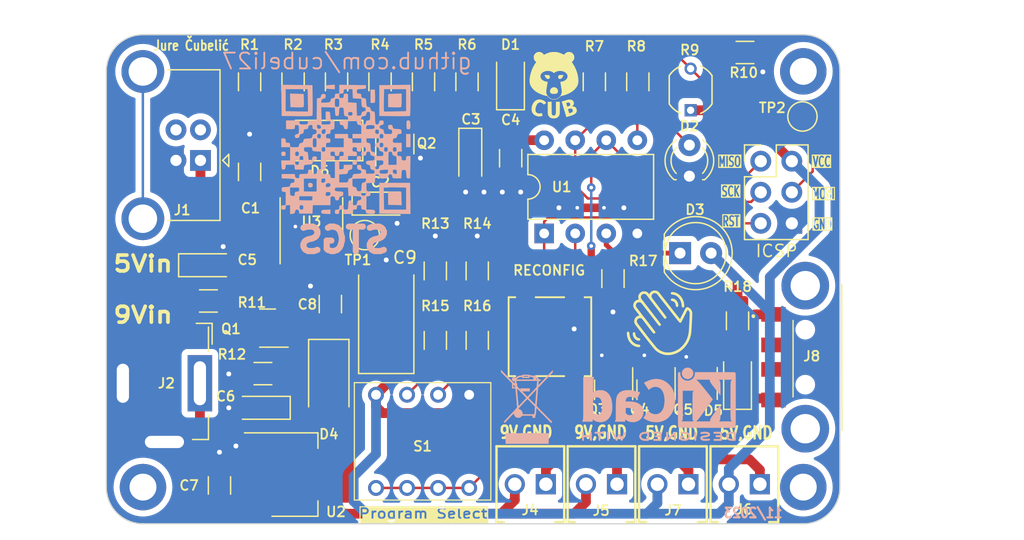
<source format=kicad_pcb>
(kicad_pcb (version 20221018) (generator pcbnew)
  (layers (0 "F.Cu" signal) (31 "B.Cu" signal) (34 "B.Paste" user) (35 "F.Paste" user) (36 "B.SilkS" user "B.Silkscreen") (37 "F.SilkS" user "F.Silkscreen") (38 "B.Mask" user) (39 "F.Mask" user) (44 "Edge.Cuts" user))
  (net 0 "")
  (net 1 "+5V")
  (net 2 "GND")
  (net 3 "Net-(D5-K)")
  (net 4 "MOSI")
  (net 5 "Net-(D5-A)")
  (net 6 "ADC2")
  (net 9 "unconnected-(J1-Shield-Pad5)")
  (net 10 "MISO")
  (net 11 "SCK")
  (net 12 "RST")
  (net 13 "Net-(D6-K)")
  (net 14 "Net-(D6-A)")
  (net 15 "Net-(J6-Pin_2)")
  (net 16 "Q")
  (net 17 "ADC3")
  (net 24 "Net-(S1-NO_3)")
  (net 25 "Net-(S1-NO_2)")
  (net 29 "Net-(J4-Pin_2)")
  (net 30 "VBUS")
  (net 31 "Net-(J1-VBUS)")
  (net 32 "+9V")
  (net 33 "+5VL")
  (net 35 "Net-(D1-K)")
  (net 36 "Net-(Q2-C)")
  (net 37 "Net-(R2-Pad1)")
  (net 38 "Net-(R3-Pad1)")
  (net 39 "Net-(R10-Pad2)")
  (net 40 "Net-(D2-A)")
  (footprint "Capacitor_Tantalum_SMD:CP_EIA-7343-31_Kemet-D" (layer "F.Cu") (at 48.895 114.3 90)
    (fp_text reference "C9")
    (fp_text value "330u")
  )
  (footprint "Capacitor_SMD:C_1206_3216Metric" (layer "F.Cu") (at 35.2552 127.8636 90)
    (fp_text reference "C7")
    (fp_text value "10u")
  )
  (footprint "LED_THT:LED_D3.0mm" (layer "F.Cu") (at 73.6854 102.5702 90)
    (fp_text reference "D2")
    (fp_text value "IR")
  )
  (footprint "Resistor_SMD:R_1206_3216Metric" (layer "F.Cu") (at 65.913 94.8563 -90)
    (fp_text reference "R7")
    (fp_text value "10k")
  )
  (footprint "ScrewTerminal_Mouser:1725656" (layer "F.Cu") (at 76.9112 127.762)
    (fp_text reference "J6")
    (fp_text value "5V-OUT" hide)
  )
  (footprint "Capacitor_SMD:C_1206_3216Metric" (layer "F.Cu") (at 44.323 113.03 90)
    (fp_text reference "C8")
    (fp_text value "10u")
  )
  (footprint "Package_TO_SOT_SMD:SOT-223-3_TabPin2" (layer "F.Cu") (at 41.3982 126.9746)
    (fp_text reference "U2")
    (fp_text value "AZ1117-5.0")
  )
  (footprint "Package_TO_SOT_SMD:SOT-23-3" (layer "F.Cu") (at 70.9574 120.0349 -90)
    (fp_text reference "Q4")
    (fp_text value "DTD113Z")
  )
  (footprint "Resistor_SMD:R_1206_3216Metric" (layer "F.Cu") (at 55.499 94.8563 90)
    (fp_text reference "R6")
    (fp_text value "1k8")
  )
  (footprint "Package_DIP:DIP-8_W7.62mm" (layer "F.Cu") (at 61.8082 107.2542 90)
    (fp_text reference "U1")
    (fp_text value "ATtiny85-20P")
  )
  (footprint "footprints:SW_B3SL-1002P_OMR" (layer "F.Cu") (at 62.2808 115.697 90)
    (fp_text reference "SW1")
    (fp_text value "RESET")
  )
  (footprint "Package_TO_SOT_SMD:SOT-23-3" (layer "F.Cu") (at 49.596 99.9418 90)
    (fp_text reference "Q2")
    (fp_text value "DTD113Z")
  )
  (footprint "Package_SO:SOIC-8_3.9x4.9mm_P1.27mm" (layer "F.Cu") (at 42.7736 106.2863 90)
    (fp_text reference "U3")
    (fp_text value "ICM7555")
  )
  (footprint "Resistor_SMD:R_1206_3216Metric" (layer "F.Cu") (at 78.232 92.456 180)
    (fp_text reference "R10")
    (fp_text value "0")
  )
  (footprint "LOGO" (layer "F.Cu") (at 62.611 95.123)
    (fp_text reference "G***" hide)
    (fp_text value "LOGO" hide)
  )
  (footprint "Capacitor_SMD:C_1206_3216Metric" (layer "F.Cu") (at 37.719 102.2205 90)
    (fp_text reference "C1")
    (fp_text value "100n")
  )
  (footprint "Connector_USB:USB_B_OST_USB-B1HSxx_Horizontal" (layer "F.Cu") (at 33.6992 101.2806 180)
    (fp_text reference "J1")
    (fp_text value "USB_B")
  )
  (footprint "Resistor_SMD:R_1206_3216Metric" (layer "F.Cu") (at 77.6224 114.4016 -90)
    (fp_text reference "R18")
    (fp_text value "1k8")
  )
  (footprint "Resistor_SMD:R_1206_3216Metric" (layer "F.Cu") (at 67.437 110.9472 90)
    (fp_text reference "R17")
    (fp_text value "10k")
  )
  (footprint "MountingHole:MountingHole_2.2mm_M2_DIN965_Pad_TopBottom" (layer "F.Cu") (at 29 128)
    (fp_text reference "H1")
    (fp_text value "MountingHole_Pad")
  )
  (footprint "MountingHole:MountingHole_2.2mm_M2_DIN965_Pad_TopBottom" (layer "F.Cu") (at 83 128)
    (fp_text reference "H2")
    (fp_text value "MountingHole_Pad")
  )
  (footprint "Resistor_SMD:R_1206_3216Metric" (layer "F.Cu") (at 56.3354 110.3211 -90)
    (fp_text reference "R14")
    (fp_text value "10k")
  )
  (footprint "Capacitor_Tantalum_SMD:CP_EIA-3216-18_Kemet-A" (layer "F.Cu") (at 34.2245 109.855)
    (fp_text reference "C5")
    (fp_text value "10u")
  )
  (footprint "ScrewTerminal_Mouser:1725656" (layer "F.Cu") (at 71.0692 127.762)
    (fp_text reference "J7")
    (fp_text value "5V-OUT" hide)
  )
  (footprint "MountingHole:MountingHole_2.2mm_M2_DIN965_Pad_TopBottom" (layer "F.Cu") (at 83 94)
    (fp_text reference "H3")
    (fp_text value "MountingHole_Pad")
  )
  (footprint "Resistor_SMD:R_1206_3216Metric" (layer "F.Cu") (at 48.387 94.8563 90)
    (fp_text reference "R4")
    (fp_text value "1M")
  )
  (footprint "USB_A_mouser:480372100" (layer "F.Cu") (at 91.5624 117.3734 90)
    (fp_text reference "J8")
    (fp_text value "USB_A_Male" hide)
  )
  (footprint "Resistor_SMD:R_1206_3216Metric" (layer "F.Cu") (at 34.3515 112.776 180)
    (fp_text reference "R11")
    (fp_text value "0")
  )
  (footprint "TestPoint:TestPoint_Pad_D2.0mm" (layer "F.Cu") (at 47.1424 107.3912)
    (fp_text reference "TP1")
    (fp_text value "TestPoint")
  )
  (footprint "LED_SMD:LED_1206_3216Metric" (layer "F.Cu") (at 77.6224 119.3546 90)
    (fp_text reference "D5")
    (fp_text value "GREEN")
  )
  (footprint "LOGO" (layer "F.Cu") (at 71.247 114.554)
    (fp_text reference "G***" hide)
    (fp_text value "LOGO" hide)
  )
  (footprint "LED_SMD:LED_1206_3216Metric" (layer "F.Cu") (at 59.055 94.8563 90)
    (fp_text reference "D1")
    (fp_text value "ORANGE")
  )
  (footprint "Capacitor_Tantalum_SMD:CP_EIA-3216-18_Kemet-A" (layer "F.Cu") (at 38.7312 121.5136 180)
    (fp_text reference "C6")
    (fp_text value "22u")
  )
  (footprint "Package_TO_SOT_SMD:SOT-23-3" (layer "F.Cu") (at 74.4016 120.023 -90)
    (fp_text reference "Q5")
    (fp_text value "DTD113Z")
  )
  (footprint "PhotoResistor_snapeda:XDCR_PDV-P9003-1" (layer "F.Cu") (at 73.787 95.504 90)
    (fp_text reference "R9")
    (fp_text value "R_Photo")
  )
  (footprint "Resistor_SMD:R_1206_3216Metric" (layer "F.Cu") (at 44.831 94.8563 90)
    (fp_text reference "R3")
    (fp_text value "1M")
  )
  (footprint "Resistor_SMD:R_1206_3216Metric" (layer "F.Cu") (at 37.719 94.8563 -90)
    (fp_text reference "R1")
    (fp_text value "220k")
  )
  (footprint "Package_TO_SOT_SMD:SOT-23" (layer "F.Cu") (at 39.1945 114.996 180)
    (fp_text reference "Q1")
    (fp_text value "FDN340P")
  )
  (footprint "Package_TO_SOT_SMD:SOT-23-3" (layer "F.Cu") (at 67.4878 120.0404 -90)
    (fp_text reference "Q3")
    (fp_text value "DTD113Z")
  )
  (footprint "Resistor_SMD:R_1206_3216Metric" (layer "F.Cu") (at 38.8112 118.7196 180)
    (fp_text reference "R12")
    (fp_text value "100k")
  )
  (footprint "Resistor_SMD:R_1206_3216Metric" (layer "F.Cu") (at 69.469 94.8563 90)
    (fp_text reference "R8")
    (fp_text value "220")
  )
  (footprint "Resistor_SMD:R_1206_3216Metric" (layer "F.Cu") (at 51.943 94.8563 90)
    (fp_text reference "R5")
    (fp_text value "33")
  )
  (footprint "Resistor_SMD:R_1206_3216Metric" (layer "F.Cu") (at 52.9064 110.3211 -90)
    (fp_text reference "R13")
    (fp_text value "4k7")
  )
  (footprint "Connector_BarrelJack:BarrelJack_GCT_DCJ200-10-A_Horizontal" (layer "F.Cu") (at 33.655 119.507 -90)
    (fp_text reference "J2")
    (fp_text value "DC_Barrel_Jack")
  )
  (footprint "Capacitor_Tantalum_SMD:CP_EIA-3216-18_Kemet-A" (layer "F.Cu") (at 48.4124 104.8131)
    (fp_text reference "C2")
    (fp_text value "10u")
  )
  (footprint "DIPswitch4_mouser:418117270904" (layer "F.Cu") (at 48.0568 128.0668)
    (fp_text reference "S1")
    (fp_text value "418117270904" hide)
  )
  (footprint "TestPoint:TestPoint_Pad_D2.0mm" (layer "F.Cu") (at 82.931 97.6884)
    (fp_text reference "TP2")
    (fp_text value "TestPoint")
  )
  (footprint "Resistor_SMD:R_1206_3216Metric" (layer "F.Cu") (at 56.3372 116.0018 -90)
    (fp_text reference "R16")
    (fp_text value "4k7")
  )
  (footprint "Capacitor_SMD:C_1206_3216Metric" (layer "F.Cu") (at 59.0704 101.102 -90)
    (fp_text reference "C4")
    (fp_text value "100n")
  )
  (footprint "Connector_PinHeader_2.54mm:PinHeader_2x03_P2.54mm_Vertical" (layer "F.Cu") (at 79.5224 101.346)
    (fp_text reference "J3")
    (fp_text value "AVR-ISP-6")
  )
  (footprint "LED_THT:LED_D5.0mm" (layer "F.Cu") (at 72.9234 108.8644)
    (fp_text reference "D3")
    (fp_text value "D_Photo")
  )
  (footprint "ScrewTerminal_Mouser:1725656" (layer "F.Cu") (at 65.2272 127.762)
    (fp_text reference "J5")
    (fp_text value "9V-OUT" hide)
  )
  (footprint "ScrewTerminal_Mouser:1725656" (layer "F.Cu") (at 59.4106 127.762)
    (fp_text reference "J4")
    (fp_text value "9V-OUT" hide)
  )
  (footprint "Resistor_SMD:R_1206_3216Metric" (layer "F.Cu") (at 41.275 94.8563 -90)
    (fp_text reference "R2")
    (fp_text value "1M")
  )
  (footprint "Diode_SMD:D_SMA" (layer "F.Cu") (at 43.466 99.6569 180)
    (fp_text reference "D6")
    (fp_text value "D_Schottky")
  )
  (footprint "Resistor_SMD:R_1206_3216Metric" (layer "F.Cu") (at 52.9082 116.0018 -90)
    (fp_text reference "R15")
    (fp_text value "10k")
  )
  (footprint "Diode_SMD:D_SMA" (layer "F.Cu") (at 44.196 119.4326 -90)
    (fp_text reference "D4")
    (fp_text value "D_Schottky")
  )
  (footprint "Capacitor_Tantalum_SMD:CP_EIA-3216-18_Kemet-A" (layer "F.Cu") (at 55.7684 100.9661 -90)
    (fp_text reference "C3")
    (fp_text value "22u")
  )
  (footprint "Symbol:WEEE-Logo_4.2x6mm_SilkScreen" (layer "B.Cu") (at 60.4012 121.4374 180)
    (fp_text reference "REF**" hide)
    (fp_text value "WEEE-Logo_4.2x6mm_SilkScreen" hide)
  )
  (footprint "LOGO" (layer "B.Cu") (at 45.593 100.3808 180)
    (fp_text reference "G***" hide)
    (fp_text value "LOGO" hide)
  )
  (footprint "Symbol:KiCad-Logo2_5mm_SilkScreen" (layer "B.Cu") (at 71.1962 121.2088 180)
    (fp_text reference "REF**" hide)
    (fp_text value "KiCad-Logo2_5mm_SilkScreen" hide)
  )
  (gr_line locked (start 29 131) (end 83 131) (stroke (width 0.1)) (layer "Edge.Cuts"))
  (gr_arc locked (start 29 131) (mid 26.878679 130.121321) (end 26 128) (stroke (width 0.1)) (layer "Edge.Cuts"))
  (gr_arc locked (start 83 91) (mid 85.121321 91.878679) (end 86 94) (stroke (width 0.1)) (layer "Edge.Cuts"))
  (gr_arc locked (start 26 94) (mid 26.878679 91.878679) (end 29 91) (stroke (width 0.1)) (layer "Edge.Cuts"))
  (gr_line locked (start 83 91) (end 29 91) (stroke (width 0.1)) (layer "Edge.Cuts"))
  (gr_line locked (start 86 128) (end 86 94) (stroke (width 0.1)) (layer "Edge.Cuts"))
  (gr_arc locked (start 86 128) (mid 85.121321 130.121321) (end 83 131) (stroke (width 0.1)) (layer "Edge.Cuts"))
  (gr_line locked (start 26 94) (end 26 128) (stroke (width 0.1)) (layer "Edge.Cuts"))
  (gr_text "STGS" (at 49.403 108.966) (layer "B.SilkS") (effects (font (size 2 2) (thickness 0.5) bold) (justify left bottom mirror)))
  (gr_text "github.com/cubeli27" (at 55.9816 93.9292) (layer "B.SilkS") (effects (font (size 1.3 1.3)) (justify left bottom mirror)))
  (gr_text "11/2023" (at 81.3816 130.5814) (layer "B.SilkS") (effects (font (size 0.8 0.7) (thickness 0.175) bold) (justify left bottom mirror)))
  (gr_text "Jure Čubelić" (at 29.7942 92.3544) (layer "F.SilkS") (effects (font (size 0.8 0.65) (thickness 0.15) bold) (justify left bottom)))
  (gr_text "SCK" (at 76.2458 104.2924) (layer "F.SilkS" knockout) (effects (font (size 0.8 0.5) (thickness 0.125)) (justify left bottom)))
  (gr_text "5Vin\n\n9Vin" (at 26.416 114.681) (layer "F.SilkS") (effects (font (size 1.3 1.5) (thickness 0.3) bold) (justify left bottom)))
  (gr_text "ICSP" (at 79.0194 109.2708) (layer "F.SilkS") (effects (font (size 1 1) (thickness 0.125)) (justify left bottom)))
  (gr_text "RECONFIG" (at 59.182 110.744) (layer "F.SilkS") (effects (font (size 0.8 0.8)) (justify left bottom)))
  (gr_text "Program Select" (at 46.5582 130.6322) (layer "F.SilkS" knockout) (effects (font (size 0.8 0.9)) (justify left bottom)))
  (gr_text "GND" (at 83.7184 106.9848) (layer "F.SilkS" knockout) (effects (font (size 0.8 0.5) (thickness 0.125)) (justify left bottom)))
  (gr_text "5V,GND   5V,GND" (at 69.977 124.1552) (layer "F.SilkS") (effects (font (size 1 0.8) (thickness 0.2) bold) (justify left bottom)))
  (gr_text "MISO" (at 75.9918 101.854) (layer "F.SilkS" knockout) (effects (font (size 0.8 0.5) (thickness 0.125)) (justify left bottom)))
  (gr_text "9V,GND   9V,GND" (at 58.0644 124.1044) (layer "F.SilkS") (effects (font (size 1 0.8) (thickness 0.2) bold) (justify left bottom)))
  (gr_text "RST" (at 76.322 106.7308) (layer "F.SilkS" knockout) (effects (font (size 0.8 0.5) (thickness 0.125)) (justify left bottom)))
  (gr_text "MOSI" (at 83.6676 104.4956) (layer "F.SilkS" knockout) (effects (font (size 0.8 0.5) (thickness 0.125)) (justify left bottom)))
  (gr_text "VCC" (at 83.7134 101.854) (layer "F.SilkS" knockout) (effects (font (size 0.8 0.5) (thickness 0.125)) (justify left bottom)))
  (segment (start 44.2161 117.4125) (end 44.196 117.4326) (width 0.8) (layer "F.Cu") (net 1))
  (segment (start 42.418 114.046) (end 42.877 114.505) (width 0.8) (layer "F.Cu") (net 1))
  (segment (start 59.0296 119.3292) (end 59.0296 107.7468) (width 0.8) (layer "F.Cu") (net 1))
  (segment (start 78.8416 114.0968) (end 79.065 113.8734) (width 0.8) (layer "F.Cu") (net 1))
  (segment (start 79.065 113.8734) (end 80.5624 113.8734) (width 0.8) (layer "F.Cu") (net 1))
  (segment (start 77.6224 113.8174) (end 77.9018 114.0968) (width 0.8) (layer "F.Cu") (net 1))
  (segment (start 54.1274 105.8164) (end 54.1274 105.6894) (width 0.8) (layer "F.Cu") (net 1))
  (segment (start 53.1622 100.7618) (end 54.3079 99.6161) (width 0.8) (layer "F.Cu") (net 1))
  (segment (start 44.323 114.505) (end 44.323 117.3056) (width 0.8) (layer "F.Cu") (net 1))
  (segment (start 40.132 114.046) (end 41.656 114.046) (width 0.6) (layer "F.Cu") (net 1))
  (segment (start 77.6224 111.0234) (end 75.4634 108.8644) (width 0.8) (layer "F.Cu") (net 1))
  (segment (start 77.6224 112.9391) (end 77.6224 113.8174) (width 0.8) (layer "F.Cu") (net 1))
  (segment (start 56.4134 121.9454) (end 59.0296 119.3292) (width 0.8) (layer "F.Cu") (net 1))
  (segment (start 77.8968 97.1804) (end 73.787 97.1804) (width 0.8) (layer "F.Cu") (net 1))
  (segment (start 41.656 114.046) (end 42.418 114.046) (width 0.8) (layer "F.Cu") (net 1))
  (segment (start 59.0595 99.6161) (end 59.0704 99.627) (width 0.8) (layer "F.Cu") (net 1))
  (segment (start 61.801 99.627) (end 61.8082 99.6342) (width 0.8) (layer "F.Cu") (net 1))
  (segment (start 59.0704 99.627) (end 61.801 99.627) (width 0.8) (layer "F.Cu") (net 1))
  (segment (start 49.4792 117.4768) (end 52.8957 117.4768) (width 0.8) (layer "F.Cu") (net 1))
  (segment (start 82.0624 101.346) (end 77.8968 97.1804) (width 0.8) (layer "F.Cu") (net 1))
  (segment (start 49.4604 117.458) (end 49.4792 117.4768) (width 0.8) (layer "F.Cu") (net 1))
  (segment (start 48.5902 121.9454) (end 56.4134 121.9454) (width 0.8) (layer "F.Cu") (net 1))
  (segment (start 42.877 114.505) (end 44.323 114.505) (width 0.8) (layer "F.Cu") (net 1))
  (segment (start 48.0568 120.4468) (end 48.0568 121.412) (width 0.8) (layer "F.Cu") (net 1))
  (segment (start 77.9018 114.0968) (end 78.8416 114.0968) (width 0.8) (layer "F.Cu") (net 1))
  (segment (start 77.6224 112.9391) (end 77.6224 111.0234) (width 0.8) (layer "F.Cu") (net 1))
  (segment (start 53.1622 104.7242) (end 53.1622 100.7618) (width 0.8) (layer "F.Cu") (net 1))
  (segment (start 48.895 119.6086) (end 48.0568 120.4468) (width 0.8) (layer "F.Cu") (net 1))
  (segment (start 48.0568 121.412) (end 48.5902 121.9454) (width 0.8) (layer "F.Cu") (net 1))
  (segment (start 48.895 117.4125) (end 44.2161 117.4125) (width 0.8) (layer "F.Cu") (net 1))
  (segment (start 44.323 117.3056) (end 44.196 117.4326) (width 0.8) (layer "F.Cu") (net 1))
  (segment (start 57.0992 105.8164) (end 54.1274 105.8164) (width 0.8) (layer "F.Cu") (net 1))
  (segment (start 59.0296 107.7468) (end 57.0992 105.8164) (width 0.8) (layer "F.Cu") (net 1))
  (segment (start 55.7684 99.6161) (end 59.0595 99.6161) (width 0.8) (layer "F.Cu") (net 1))
  (segment (start 54.1274 105.6894) (end 53.1622 104.7242) (width 0.8) (layer "F.Cu") (net 1))
  (segment (start 48.895 117.4125) (end 48.895 119.6086) (width 0.8) (layer "F.Cu") (net 1))
  (segment (start 54.3079 99.6161) (end 55.7684 99.6161) (width 0.8) (layer "F.Cu") (net 1))
  (segment (start 52.9082 117.4643) (end 56.3372 117.4643) (width 0.8) (layer "F.Cu") (net 1))
  (segment (start 80.264 113.665) (end 75.4634 108.8644) (width 0.8) (layer "B.Cu") (net 1))
  (segment (start 48.0568 120.4468) (end 48.0568 125.2982) (width 0.8) (layer "B.Cu") (net 1))
  (segment (start 70.2056 130.175) (end 71.0692 129.3114) (width 0.8) (layer "B.Cu") (net 1))
  (segment (start 46.228 127.127) (end 46.228 129.159) (width 0.8) (layer "B.Cu") (net 1))
  (segment (start 76.9112 129.3622) (end 76.9112 127.762) (width 0.8) (layer "B.Cu") (net 1))
  (segment (start 47.244 130.175) (end 69.5198 130.175) (width 0.8) (layer "B.Cu") (net 1))
  (segment (start 84.328 106.751555) (end 84.328 103.6116) (width 0.8) (layer "B.Cu") (net 1))
  (segment (start 69.5198 130.175) (end 70.2056 130.175) (width 0.8) (layer "B.Cu") (net 1))
  (segment (start 80.264 113.665) (end 80.264 123.1392) (width 0.8) (layer "B.Cu") (net 1))
  (segment (start 80.264 113.665) (end 80.264 110.815555) (width 0.8) (layer "B.Cu") (net 1))
  (segment (start 76.0984 130.175) (end 76.9112 129.3622) (width 0.8) (layer "B.Cu") (net 1))
  (segment (start 46.228 129.159) (end 47.244 130.175) (width 0.8) (layer "B.Cu") (net 1))
  (segment (start 71.0692 129.3114) (end 71.0692 127.762) (width 0.8) (layer "B.Cu") (net 1))
  (segment (start 76.9112 126.492) (end 76.9112 127.762) (width 0.8) (layer "B.Cu") (net 1))
  (segment (start 80.264 123.1392) (end 76.9112 126.492) (width 0.8) (layer "B.Cu") (net 1))
  (segment (start 80.264 110.815555) (end 84.328 106.751555) (width 0.8) (layer "B.Cu") (net 1))
  (segment (start 69.5198 130.175) (end 76.0984 130.175) (width 0.8) (layer "B.Cu") (net 1))
  (segment (start 48.0568 125.2982) (end 46.228 127.127) (width 0.8) (layer "B.Cu") (net 1))
  (segment (start 84.328 103.6116) (end 82.0624 101.346) (width 0.8) (layer "B.Cu") (net 1))
  (segment (start 52.9064 108.8586) (end 52.9064 107.4616) (width 0.8) (layer "F.Cu") (net 2))
  (segment (start 40.8686 108.7613) (end 40.8686 107.2896) (width 0.6) (layer "F.Cu") (net 2))
  (segment (start 48.895 111.1875) (end 48.895 109.4232) (width 0.8) (layer "F.Cu") (net 2))
  (segment (start 66.7004 105.156) (end 68.326 105.156) (width 0.8) (layer "F.Cu") (net 2))
  (segment (start 73.4516 117.8) (end 73.4314 117.7798) (width 0.6) (layer "F.Cu") (net 2))
  (segment (start 37.3487 118.7196) (end 36.0426 118.7196) (width 0.8) (layer "F.Cu") (net 2))
  (segment (start 37.3812 121.5136) (end 36.0172 121.5136) (width 0.8) (layer "F.Cu") (net 2))
  (segment (start 70.0024 117.6274) (end 70.0074 117.6324) (width 0.6) (layer "F.Cu") (net 2))
  (segment (start 51.6763 101.0793) (end 51.689 101.092) (width 0.8) (layer "F.Cu") (net 2))
  (segment (start 64.2808 115.0432) (end 64.262 115.062) (width 0.8) (layer "F.Cu") (net 2))
  (segment (start 66.5378 118.9029) (end 66.5378 117.6934) (width 0.6) (layer "F.Cu") (net 2))
  (segment (start 50.546 101.0793) (end 51.6763 101.0793) (width 0.8) (layer "F.Cu") (net 2))
  (segment (start 73.4314 117.348) (end 73.4314 117.7798) (width 0.7) (layer "F.Cu") (net 2))
  (segment (start 37.719 100.7455) (end 37.719 99.1362) (width 0.8) (layer "F.Cu") (net 2))
  (segment (start 49.7624 106.4044) (end 49.784 106.426) (width 0.8) (layer "F.Cu") (net 2))
  (segment (start 64.516 105.156) (end 63.0174 105.156) (width 0.8) (layer "F.Cu") (net 2))
  (segment (start 35.5745 108.3455) (end 35.56 108.331) (width 0.8) (layer "F.Cu") (net 2))
  (segment (start 70.0074 117.6324) (end 70.0074 118.8974) (width 0.6) (layer "F.Cu") (net 2))
  (segment (start 38.2482 124.6746) (end 36.6382 124.6746) (width 0.8) (layer "F.Cu") (net 2))
  (segment (start 67.437 112.4097) (end 67.437 113.6757) (width 0.8) (layer "F.Cu") (net 2))
  (segment (start 70.0024 117.221) (end 70.0024 117.6274) (width 0.7) (layer "F.Cu") (net 2))
  (segment (start 64.516 105.156) (end 66.7004 105.156) (width 0.7) (layer "F.Cu") (net 2))
  (segment (start 66.5226 117.221) (end 66.5226 117.6782) (width 0.7) (layer "F.Cu") (net 2))
  (segment (start 73.4516 118.8855) (end 73.4516 117.8) (width 0.6) (layer "F.Cu") (net 2))
  (segment (start 44.45 111.555) (end 42.6992 111.555) (width 0.8) (layer "F.Cu") (net 2))
  (segment (start 37.07 124.7) (end 37.0332 124.6632) (width 0.8) (layer "F.Cu") (net 2))
  (segment (start 35.5745 109.855) (end 35.5745 108.3455) (width 0.8) (layer "F.Cu") (net 2))
  (segment (start 79.6945 94.0415) (end 79.6945 92.456) (width 0.8) (layer "F.Cu") (net 2))
  (segment (start 56.3354 108.8586) (end 56.3354 107.4616) (width 0.8) (layer "F.Cu") (net 2))
  (segment (start 41.4655 106.6927) (end 41.1353 107.0229) (width 0.7) (layer "F.Cu") (net 2))
  (segment (start 35.2552 126.3886) (end 35.2552 125.1458) (width 0.8) (layer "F.Cu") (net 2))
  (segment (start 40.8686 107.2896) (end 41.1353 107.0229) (width 0.6) (layer "F.Cu") (net 2))
  (segment (start 64.2808 112.821999) (end 64.2808 115.0432) (width 0.8) (layer "F.Cu") (net 2))
  (segment (start 42.6992 111.555) (end 42.6974 111.5568) (width 0.8) (layer "F.Cu") (net 2))
  (segment (start 49.7624 104.8131) (end 49.7624 106.4044) (width 0.8) (layer "F.Cu") (net 2))
  (via (at 52.9064 107.4616) (size 0.8) (drill 0.4) (layers "F.Cu" "B.Cu") (net 2))
  (via (at 68.326 105.156) (size 0.8) (drill 0.4) (layers "F.Cu" "B.Cu") (net 2))
  (via (at 37.719 99.1362) (size 0.8) (drill 0.4) (layers "F.Cu" "B.Cu") (net 2))
  (via (at 35.56 108.331) (size 0.8) (drill 0.4) (layers "F.Cu" "B.Cu") (net 2))
  (via (at 58.3874 103.8706) (size 0.8) (drill 0.4) (layers "F.Cu" "B.Cu") (net 2))
  (via (at 66.5226 117.221) (size 0.7) (drill 0.3) (layers "F.Cu" "B.Cu") (net 2))
  (via (at 42.6974 111.5568) (size 0.8) (drill 0.4) (layers "F.Cu" "B.Cu") (net 2))
  (via (at 56.3354 107.4616) (size 0.8) (drill 0.4) (layers "F.Cu" "B.Cu") (net 2))
  (via (at 49.784 106.426) (size 0.8) (drill 0.4) (layers "F.Cu" "B.Cu") (net 2))
  (via (at 79.6945 94.0415) (size 0.8) (drill 0.4) (layers "F.Cu" "B.Cu") (net 2))
  (via (at 41.4655 106.6927) (size 0.7) (drill 0.3) (layers "F.Cu" "B.Cu") (net 2))
  (via (at 63.0174 105.156) (size 0.8) (drill 0.4) (layers "F.Cu" "B.Cu") (net 2))
  (via (at 36.0172 118.745) (size 0.8) (drill 0.4) (layers "F.Cu" "B.Cu") (net 2))
  (via (at 67.437 113.6757) (size 0.8) (drill 0.4) (layers "F.Cu" "B.Cu") (net 2))
  (via (at 51.689 101.092) (size 0.8) (drill 0.4) (layers "F.Cu" "B.Cu") (net 2))
  (via (at 36.0172 121.5136) (size 0.8) (drill 0.4) (layers "F.Cu" "B.Cu") (net 2))
  (via (at 70.0024 117.221) (size 0.7) (drill 0.3) (layers "F.Cu" "B.Cu") (net 2))
  (via (at 66.7004 105.156) (size 0.7) (drill 0.3) (layers "F.Cu" "B.Cu") (net 2))
  (via (at 59.8874 103.8706) (size 0.8) (drill 0.4) (layers "F.Cu" "B.Cu") (net 2))
  (via (at 64.516 105.156) (size 0.7) (drill 0.3) (layers "F.Cu" "B.Cu") (net 2))
  (via (at 36.6014 124.6378) (size 0.8) (drill 0.4) (layers "F.Cu" "B.Cu") (net 2))
  (via (at 56.8874 103.8706) (size 0.8) (drill 0.4) (layers "F.Cu" "B.Cu") (net 2))
  (via (at 64.262 115.062) (size 0.8) (drill 0.4) (layers "F.Cu" "B.Cu") (net 2))
  (via (at 48.895 109.4232) (size 0.8) (drill 0.4) (layers "F.Cu" "B.Cu") (net 2))
  (via (at 73.4314 117.348) (size 0.7) (drill 0.3) (layers "F.Cu" "B.Cu") (net 2))
  (via (at 55.3874 103.8706) (size 0.8) (drill 0.4) (layers "F.Cu" "B.Cu") (net 2))
  (via (at 35.2552 125.1458) (size 0.8) (drill 0.4) (layers "F.Cu" "B.Cu") (net 2))
  (segment (start 74.4016 121.1605) (end 75.2577 121.1605) (width 0.8) (layer "F.Cu") (net 3))
  (segment (start 80.4436 120.7546) (end 80.5624 120.8734) (width 0.8) (layer "F.Cu") (net 3))
  (segment (start 75.2577 121.1605) (end 75.6636 120.7546) (width 0.8) (layer "F.Cu") (net 3))
  (segment (start 75.6636 120.7546) (end 77.6224 120.7546) (width 0.8) (layer "F.Cu") (net 3))
  (segment (start 77.6224 120.7546) (end 80.4436 120.7546) (width 0.8) (layer "F.Cu") (net 3))
  (segment (start 69.469 94.234) (end 69.469 93.3938) (width 0.2) (layer "F.Cu") (net 4))
  (segment (start 67.945 95.758) (end 69.469 94.234) (width 0.2) (layer "F.Cu") (net 4))
  (segment (start 82.0624 103.886) (end 83.7692 102.1792) (width 0.2) (layer "F.Cu") (net 4))
  (segment (start 83.7692 100.7618) (end 78.867 95.8596) (width 0.2) (layer "F.Cu") (net 4))
  (segment (start 83.7692 102.1792) (end 83.7692 100.7618) (width 0.2) (layer "F.Cu") (net 4))
  (segment (start 70.8386 93.3938) (end 73.3044 95.8596) (width 0.2) (layer "F.Cu") (net 4))
  (segment (start 73.3044 95.8596) (end 73.5584 95.8596) (width 0.2) (layer "F.Cu") (net 4))
  (segment (start 78.867 95.8596) (end 73.5584 95.8596) (width 0.2) (layer "F.Cu") (net 4))
  (segment (start 69.469 93.3938) (end 70.8386 93.3938) (width 0.2) (layer "F.Cu") (net 4))
  (segment (start 69.4282 98.3842) (end 67.945 96.901) (width 0.2) (layer "F.Cu") (net 4))
  (segment (start 67.945 96.901) (end 67.945 95.758) (width 0.2) (layer "F.Cu") (net 4))
  (segment (start 69.4282 99.6342) (end 69.4282 98.3842) (width 0.2) (layer "F.Cu") (net 4))
  (segment (start 77.6224 117.9546) (end 77.6224 115.8641) (width 0.2) (layer "F.Cu") (net 5))
  (segment (start 70.5505 109.4847) (end 71.1708 108.8644) (width 0.4) (layer "F.Cu") (net 6))
  (segment (start 67.437 109.4847) (end 70.5505 109.4847) (width 0.4) (layer "F.Cu") (net 6))
  (segment (start 67.437 109.4847) (end 67.437 108.7374) (width 0.4) (layer "F.Cu") (net 6))
  (segment (start 66.8882 108.1886) (end 66.8882 107.2542) (width 0.4) (layer "F.Cu") (net 6))
  (segment (start 71.1708 108.8644) (end 72.9234 108.8644) (width 0.4) (layer "F.Cu") (net 6))
  (segment (start 67.437 108.7374) (end 66.8882 108.1886) (width 0.4) (layer "F.Cu") (net 6))
  (segment (start 28.9892 94.0106) (end 28.9892 106.0506) (width 0.2) (layer "B.Cu") (net 9))
  (segment (start 65.659 100.838) (end 66.8628 99.6342) (width 0.2) (layer "F.Cu") (net 10))
  (segment (start 71.9074 116.9416) (end 71.3368 116.371) (width 0.6) (layer "F.Cu") (net 10))
  (segment (start 71.9074 116.9416) (end 71.9074 118.8974) (width 0.6) (layer "F.Cu") (net 10))
  (segment (start 66.8882 99.6342) (end 69.743 102.489) (width 0.2) (layer "F.Cu") (net 10))
  (segment (start 68.4378 117.028) (end 68.4378 118.9029) (width 0.6) (layer "F.Cu") (net 10))
  (segment (start 65.659 103.505) (end 65.659 100.838) (width 0.2) (layer "F.Cu") (net 10))
  (segment (start 70.612 102.489) (end 72.009 103.886) (width 0.2) (layer "F.Cu") (net 10))
  (segment (start 76.9824 103.886) (end 79.5224 101.346) (width 0.2) (layer "F.Cu") (net 10))
  (segment (start 72.009 103.886) (end 76.9824 103.886) (width 0.2) (layer "F.Cu") (net 10))
  (segment (start 71.3368 116.371) (end 69.0948 116.371) (width 0.6) (layer "F.Cu") (net 10))
  (segment (start 65.659 114.2492) (end 68.4378 117.028) (width 0.6) (layer "F.Cu") (net 10))
  (segment (start 75.3516 117.5156) (end 74.1426 116.3066) (width 0.6) (layer "F.Cu") (net 10))
  (segment (start 66.8628 99.6342) (end 66.8882 99.6342) (width 0.2) (layer "F.Cu") (net 10))
  (segment (start 69.0948 116.371) (end 68.4378 117.028) (width 0.6) (layer "F.Cu") (net 10))
  (segment (start 72.5424 116.3066) (end 71.9074 116.9416) (width 0.6) (layer "F.Cu") (net 10))
  (segment (start 74.1426 116.3066) (end 72.5424 116.3066) (width 0.6) (layer "F.Cu") (net 10))
  (segment (start 65.659 108.2802) (end 65.659 114.2492) (width 0.6) (layer "F.Cu") (net 10))
  (segment (start 75.3516 118.8855) (end 75.3516 117.5156) (width 0.6) (layer "F.Cu") (net 10))
  (segment (start 69.743 102.489) (end 70.612 102.489) (width 0.2) (layer "F.Cu") (net 10))
  (via (at 65.659 103.505) (size 0.7) (drill 0.3) (layers "F.Cu" "B.Cu") (net 10))
  (via (at 65.659 108.2802) (size 0.7) (drill 0.3) (layers "F.Cu" "B.Cu") (net 10))
  (segment (start 65.659 108.2802) (end 65.659 103.505) (width 0.2) (layer "B.Cu") (net 10))
  (segment (start 75.6666 104.6734) (end 78.735 104.6734) (width 0.2) (layer "F.Cu") (net 11))
  (segment (start 67.6656 93.726) (end 65.913 95.4786) (width 0.2) (layer "F.Cu") (net 11))
  (segment (start 65.913 98.0694) (end 65.913 96.3188) (width 0.2) (layer "F.Cu") (net 11))
  (segment (start 75.311 105.029) (end 75.6666 104.6734) (width 0.2) (layer "F.Cu") (net 11))
  (segment (start 65.3796 104.394) (end 70.866 104.394) (width 0.2) (layer "F.Cu") (net 11))
  (segment (start 74.4982 94.488) (end 78.8162 94.488) (width 0.2) (layer "F.Cu") (net 11))
  (segment (start 73.787 93.7768) (end 72.0344 92.0242) (width 0.2) (layer "F.Cu") (net 11))
  (segment (start 68.4784 92.0242) (end 67.6656 92.837) (width 0.2) (layer "F.Cu") (net 11))
  (segment (start 72.0344 92.0242) (end 68.4784 92.0242) (width 0.2) (layer "F.Cu") (net 11))
  (segment (start 64.3482 103.3626) (end 65.3796 104.394) (width 0.2) (layer "F.Cu") (net 11))
  (segment (start 71.501 105.029) (end 75.311 105.029) (width 0.2) (layer "F.Cu") (net 11))
  (segment (start 64.3482 99.6342) (end 64.3482 103.3626) (width 0.2) (layer "F.Cu") (net 11))
  (segment (start 73.787 93.7768) (end 74.4982 94.488) (width 0.2) (layer "F.Cu") (net 11))
  (segment (start 78.8162 94.488) (end 79.5274 95.1992) (width 0.2) (layer "F.Cu") (net 11))
  (segment (start 64.3482 99.6342) (end 65.913 98.0694) (width 0.2) (layer "F.Cu") (net 11))
  (segment (start 67.6656 92.837) (end 67.6656 93.726) (width 0.2) (layer "F.Cu") (net 11))
  (segment (start 80.4418 95.1992) (end 82.931 97.6884) (width 0.2) (layer "F.Cu") (net 11))
  (segment (start 65.913 95.4786) (end 65.913 96.3188) (width 0.2) (layer "F.Cu") (net 11))
  (segment (start 79.5274 95.1992) (end 80.4418 95.1992) (width 0.2) (layer "F.Cu") (net 11))
  (segment (start 78.735 104.6734) (end 79.5224 103.886) (width 0.2) (layer "F.Cu") (net 11))
  (segment (start 70.866 104.394) (end 71.501 105.029) (width 0.2) (layer "F.Cu") (net 11))
  (segment (start 76.962 105.9434) (end 77.4446 106.426) (width 0.2) (layer "F.Cu") (net 12))
  (segment (start 60.280798 110.585002) (end 61.8082 109.0576) (width 0.2) (layer "F.Cu") (net 12))
  (segment (start 61.8082 109.0576) (end 61.8082 107.2542) (width 0.2) (layer "F.Cu") (net 12))
  (segment (start 77.4446 106.426) (end 79.5224 106.426) (width 0.2) (layer "F.Cu") (net 12))
  (segment (start 62.1538 105.9434) (end 76.962 105.9434) (width 0.2) (layer "F.Cu") (net 12))
  (segment (start 61.8082 106.289) (end 62.1538 105.9434) (width 0.2) (layer "F.Cu") (net 12))
  (segment (start 60.280798 112.821999) (end 60.280798 110.585002) (width 0.2) (layer "F.Cu") (net 12))
  (segment (start 61.8082 107.2542) (end 61.8082 106.289) (width 0.2) (layer "F.Cu") (net 12))
  (segment (start 42.1386 107.1372) (end 43.3959 105.8799) (width 0.2) (layer "F.Cu") (net 13))
  (segment (start 42.1386 108.7613) (end 42.1386 107.1372) (width 0.2) (layer "F.Cu") (net 13))
  (segment (start 43.4086 105.8672) (end 43.3959 105.8799) (width 0.2) (layer "F.Cu") (net 13))
  (segment (start 46.1264 104.8131) (end 46.9374 104.8131) (width 0.2) (layer "F.Cu") (net 13))
  (segment (start 43.9928 101.854) (end 44.8564 101.854) (width 0.2) (layer "F.Cu") (net 13))
  (segment (start 43.3959 105.8799) (end 45.0596 105.8799) (width 0.2) (layer "F.Cu") (net 13))
  (segment (start 45.466 99.6569) (end 45.466 98.5012) (width 0.2) (layer "F.Cu") (net 13))
  (segment (start 47.7266 97.917) (end 48.387 97.2566) (width 0.2) (layer "F.Cu") (net 13))
  (segment (start 45.0596 105.8799) (end 46.1264 104.8131) (width 0.2) (layer "F.Cu") (net 13))
  (segment (start 48.387 97.2566) (end 48.387 96.3188) (width 0.2) (layer "F.Cu") (net 13))
  (segment (start 46.0502 97.917) (end 47.7266 97.917) (width 0.2) (layer "F.Cu") (net 13))
  (segment (start 44.8564 101.854) (end 45.466 101.2444) (width 0.2) (layer "F.Cu") (net 13))
  (segment (start 43.4086 103.8113) (end 43.4086 102.4382) (width 0.2) (layer "F.Cu") (net 13))
  (segment (start 43.4086 102.4382) (end 43.9928 101.854) (width 0.2) (layer "F.Cu") (net 13))
  (segment (start 45.466 101.2444) (end 45.466 99.6569) (width 0.2) (layer "F.Cu") (net 13))
  (segment (start 45.466 98.5012) (end 46.0502 97.917) (width 0.2) (layer "F.Cu") (net 13))
  (segment (start 43.4086 103.8113) (end 43.4086 105.8672) (width 0.2) (layer "F.Cu") (net 13))
  (segment (start 41.275 96.3188) (end 41.275 97.7392) (width 0.2) (layer "F.Cu") (net 14))
  (segment (start 41.4528 101.5492) (end 41.466 101.536) (width 0.2) (layer "F.Cu") (net 14))
  (segment (start 41.466 97.9302) (end 41.466 99.6569) (width 0.2) (layer "F.Cu") (net 14))
  (segment (start 42.1386 103.8113) (end 42.1386 102.235) (width 0.2) (layer "F.Cu") (net 14))
  (segment (start 37.719 96.3188) (end 41.275 96.3188) (width 0.2) (layer "F.Cu") (net 14))
  (segment (start 41.466 101.536) (end 41.466 99.6569) (width 0.2) (layer "F.Cu") (net 14))
  (segment (start 42.1386 102.235) (end 41.4528 101.5492) (width 0.2) (layer "F.Cu") (net 14))
  (segment (start 41.275 97.7392) (end 41.466 97.9302) (width 0.2) (layer "F.Cu") (net 14))
  (segment (start 78.5876 125.73) (end 79.4512 126.5936) (width 0.8) (layer "F.Cu") (net 15))
  (segment (start 70.9574 122.809) (end 70.9574 123.9672) (width 0.8) (layer "F.Cu") (net 15))
  (segment (start 70.9574 122.809) (end 70.9574 121.1724) (width 0.6) (layer "F.Cu") (net 15))
  (segment (start 70.9574 123.9672) (end 73.6092 126.619) (width 0.8) (layer "F.Cu") (net 15))
  (segment (start 73.6092 126.619) (end 73.6092 127.762) (width 0.8) (layer "F.Cu") (net 15))
  (segment (start 72.7456 125.73) (end 78.5876 125.73) (width 0.8) (layer "F.Cu") (net 15))
  (segment (start 72.7329 125.7427) (end 72.7456 125.73) (width 0.8) (layer "F.Cu") (net 15))
  (segment (start 79.4512 126.5936) (end 79.4512 127.762) (width 0.8) (layer "F.Cu") (net 15))
  (segment (start 43.9166 107.0483) (end 45.3771 107.0483) (width 0.4) (layer "F.Cu") (net 16))
  (segment (start 48.646 102.3443) (end 48.641 102.3493) (width 0.4) (layer "F.Cu") (net 16))
  (segment (start 45.72 107.3912) (end 47.1424 107.3912) (width 0.4) (layer "F.Cu") (net 16))
  (segment (start 49.149 102.8573) (end 50.546 102.8573) (width 0.4) (layer "F.Cu") (net 16))
  (segment (start 50.8508 107.3912) (end 51.435 106.807) (width 0.4) (layer "F.Cu") (net 16))
  (segment (start 50.546 102.8573) (end 51.435 103.7463) (width 0.4) (layer "F.Cu") (net 16))
  (segment (start 43.4086 107.5563) (end 43.9166 107.0483) (width 0.4) (layer "F.Cu") (net 16))
  (segment (start 51.435 103.7463) (end 51.435 106.807) (width 0.4) (layer "F.Cu") (net 16))
  (segment (start 48.646 101.0793) (end 48.646 102.3443) (width 0.4) (layer "F.Cu") (net 16))
  (segment (start 45.3771 107.0483) (end 45.72 107.3912) (width 0.4) (layer "F.Cu") (net 16))
  (segment (start 43.4086 108.7613) (end 43.4086 107.5563) (width 0.4) (layer "F.Cu") (net 16))
  (segment (start 47.1424 107.3912) (end 50.8508 107.3912) (width 0.4) (layer "F.Cu") (net 16))
  (segment (start 48.641 102.3493) (end 49.149 102.8573) (width 0.4) (layer "F.Cu") (net 16))
  (segment (start 50.5968 128.0668) (end 53.1368 128.0668) (width 0.2) (layer "F.Cu") (net 17))
  (segment (start 62.1792 111.2266) (end 64.3482 109.0576) (width 0.2) (layer "F.Cu") (net 17))
  (segment (start 64.3482 109.0576) (end 64.3482 107.2542) (width 0.2) (layer "F.Cu") (net 17))
  (segment (start 53.1368 128.0668) (end 55.6768 128.0668) (width 0.2) (layer "F.Cu") (net 17))
  (segment (start 48.0568 128.0668) (end 50.5968 128.0668) (width 0.2) (layer "F.Cu") (net 17))
  (segment (start 55.6768 128.0668) (end 62.1792 121.5644) (width 0.2) (layer "F.Cu") (net 17))
  (segment (start 62.1792 121.5644) (end 62.1792 111.2266) (width 0.2) (layer "F.Cu") (net 17))
  (segment (start 57.8358 114.935) (end 57.8358 117.856) (width 0.2) (layer "F.Cu") (net 24))
  (segment (start 56.3372 114.5393) (end 57.4401 114.5393) (width 0.2) (layer "F.Cu") (net 24))
  (segment (start 52.5526 118.491) (end 50.5968 120.4468) (width 0.2) (layer "F.Cu") (net 24))
  (segment (start 57.4401 114.5393) (end 57.8358 114.935) (width 0.2) (layer "F.Cu") (net 24))
  (segment (start 57.2008 118.491) (end 52.5526 118.491) (width 0.2) (layer "F.Cu") (net 24))
  (segment (start 57.8358 117.856) (end 57.2008 118.491) (width 0.2) (layer "F.Cu") (net 24))
  (segment (start 56.3372 114.5393) (end 56.3372 111.7854) (width 0.2) (layer "F.Cu") (net 24))
  (segment (start 54.2798 111.76) (end 55.5244 110.5154) (width 0.2) (layer "F.Cu") (net 25))
  (segment (start 58.2676 118.237) (end 57.3532 119.1514) (width 0.2) (layer "F.Cu") (net 25))
  (segment (start 58.2676 111.379) (end 58.2676 118.237) (width 0.2) (layer "F.Cu") (net 25))
  (segment (start 55.5244 110.5154) (end 57.404 110.5154) (width 0.2) (layer "F.Cu") (net 25))
  (segment (start 54.4322 119.1514) (end 53.1368 120.4468) (width 0.2) (layer "F.Cu") (net 25))
  (segment (start 52.93 111.76) (end 54.2798 111.76) (width 0.2) (layer "F.Cu") (net 25))
  (segment (start 52.9082 114.5393) (end 52.9082 111.7854) (width 0.2) (layer "F.Cu") (net 25))
  (segment (start 57.3532 119.1514) (end 54.4322 119.1514) (width 0.2) (layer "F.Cu") (net 25))
  (segment (start 57.404 110.5154) (end 58.2676 111.379) (width 0.2) (layer "F.Cu") (net 25))
  (segment (start 67.7672 124.8918) (end 67.7672 122.9106) (width 0.8) (layer "F.Cu") (net 29))
  (segment (start 61.9506 127.762) (end 61.9506 126.492) (width 0.8) (layer "F.Cu") (net 29))
  (segment (start 61.9506 126.492) (end 62.7126 125.73) (width 0.8) (layer "F.Cu") (net 29))
  (segment (start 67.7672 122.3772) (end 67.7672 122.9106) (width 0.6) (layer "F.Cu") (net 29))
  (segment (start 67.7672 127.762) (end 67.7672 124.8918) (width 0.8) (layer "F.Cu") (net 29))
  (segment (start 66.929 125.73) (end 67.7672 124.8918) (width 0.8) (layer "F.Cu") (net 29))
  (segment (start 67.4878 122.0978) (end 67.7672 122.3772) (width 0.6) (layer "F.Cu") (net 29))
  (segment (start 62.7126 125.73) (end 66.929 125.73) (width 0.8) (layer "F.Cu") (net 29))
  (segment (start 67.4878 121.1779) (end 67.4878 122.0978) (width 0.6) (layer "F.Cu") (net 29))
  (segment (start 59.055 92.3163) (end 59.055 93.4563) (width 0.8) (layer "F.Cu") (net 30))
  (segment (start 39.624 106.68) (end 40.8686 105.4354) (width 0.2) (layer "F.Cu") (net 30))
  (segment (start 51.943 92.329) (end 51.943 93.3938) (width 0.8) (layer "F.Cu") (net 30))
  (segment (start 40.5384 110.4519) (end 39.624 109.5375) (width 0.2) (layer "F.Cu") (net 30))
  (segment (start 58.4073 91.6686) (end 59.055 92.3163) (width 0.8) (layer "F.Cu") (net 30))
  (segment (start 38.5191 91.6432) (end 51.2445 91.6432) (width 0.8) (layer "F.Cu") (net 30))
  (segment (start 44.6786 110.1217) (end 44.3484 110.4519) (width 0.2) (layer "F.Cu") (net 30))
  (segment (start 40.8686 105.4354) (end 40.8686 103.8113) (width 0.2) (layer "F.Cu") (net 30))
  (segment (start 36.383 114.996) (end 36.322 114.935) (width 0.6) (layer "F.Cu") (net 30))
  (segment (start 51.2699 91.6686) (end 58.4073 91.6686) (width 0.8) (layer "F.Cu") (net 30))
  (segment (start 37.6936 103.7209) (end 37.719 103.6955) (width 0.8) (layer "F.Cu") (net 30))
  (segment (start 40.7528 103.6955) (end 40.8686 103.8113) (width 0.8) (layer "F.Cu") (net 30))
  (segment (start 35.814 114.0714) (end 35.814 112.776) (width 0.8) (layer "F.Cu") (net 30))
  (segment (start 51.2445 91.6432) (end 51.2699 91.6686) (width 0.8) (layer "F.Cu") (net 30))
  (segment (start 37.7063 103.6828) (end 36.3982 103.6828) (width 0.8) (layer "F.Cu") (net 30))
  (segment (start 36.3982 103.6828) (end 35.7632 103.0478) (width 0.8) (layer "F.Cu") (net 30))
  (segment (start 37.719 103.6955) (end 40.7528 103.6955) (width 0.8) (layer "F.Cu") (net 30))
  (segment (start 35.814 114.0714) (end 35.814 114.427) (width 0.8) (layer "F.Cu") (net 30))
  (segment (start 51.2445 91.6432) (end 51.2572 91.6432) (width 0.8) (layer "F.Cu") (net 30))
  (segment (start 35.814 114.427) (end 36.322 114.935) (width 0.8) (layer "F.Cu") (net 30))
  (segment (start 36.2986 93.3938) (end 37.719 93.3938) (width 0.8) (layer "F.Cu") (net 30))
  (segment (start 37.719 92.4433) (end 38.5191 91.6432) (width 0.8) (layer "F.Cu") (net 30))
  (segment (start 51.2572 91.6432) (end 51.943 92.329) (width 0.8) (layer "F.Cu") (net 30))
  (segment (start 38.257 114.996) (end 38.257 105.8464) (width 0.8) (layer "F.Cu") (net 30))
  (segment (start 38.257 105.8464) (end 37.6936 105.283) (width 0.8) (layer "F.Cu") (net 30))
  (segment (start 37.719 103.6955) (end 37.7063 103.6828) (width 0.8) (layer "F.Cu") (net 30))
  (segment (start 39.624 109.5375) (end 39.624 106.68) (width 0.2) (layer "F.Cu") (net 30))
  (segment (start 44.3484 110.4519) (end 40.5384 110.4519) (width 0.2) (layer "F.Cu") (net 30))
  (segment (start 35.7632 93.9292) (end 36.2986 93.3938) (width 0.8) (layer "F.Cu") (net 30))
  (segment (start 38.257 114.996) (end 36.383 114.996) (width 0.6) (layer "F.Cu") (net 30))
  (segment (start 37.719 93.3938) (end 37.719 92.4433) (width 0.8) (layer "F.Cu") (net 30))
  (segment (start 35.7632 103.0478) (end 35.7632 93.9292) (width 0.8) (layer "F.Cu") (net 30))
  (segment (start 44.6786 108.7613) (end 44.6786 110.1217) (width 0.2) (layer "F.Cu") (net 30))
  (segment (start 37.6936 105.283) (end 37.6936 103.7209) (width 0.8) (layer "F.Cu") (net 30))
  (segment (start 32.8745 104.5395) (end 32.8745 109.855) (width 0.8) (layer "F.Cu") (net 31))
  (segment (start 33.6992 103.7148) (end 32.8745 104.5395) (width 0.8) (layer "F.Cu") (net 31))
  (segment (start 33.6992 101.2806) (end 33.6992 103.7148) (width 0.8) (layer "F.Cu") (net 31))
  (segment (start 32.8745 112.7615) (end 32.889 112.776) (width 0.8) (layer "F.Cu") (net 31))
  (segment (start 32.8745 109.855) (end 32.8745 112.7615) (width 0.8) (layer "F.Cu") (net 31))
  (segment (start 59.4106 129.0574) (end 59.4106 127.762) (width 0.8) (layer "F.Cu") (net 32))
  (segment (start 58.293 130.175) (end 59.4106 129.0574) (width 0.8) (layer "F.Cu") (net 32))
  (segment (start 41.656 130.175) (end 58.293 130.175) (width 0.8) (layer "F.Cu") (net 32))
  (segment (start 33.655 119.507) (end 33.655 128.778) (width 0.8) (layer "F.Cu") (net 32))
  (segment (start 38.2482 129.2746) (end 40.7556 129.2746) (width 0.8) (layer "F.Cu") (net 32))
  (segment (start 40.7556 129.2746) (end 41.656 130.175) (width 0.8) (layer "F.Cu") (net 32))
  (segment (start 33.655 128.778) (end 34.2156 129.3386) (width 0.8) (layer "F.Cu") (net 32))
  (segment (start 64.262 130.175) (end 65.2272 129.2098) (width 0.8) (layer "F.Cu") (net 32))
  (segment (start 35.6832 129.3386) (end 38.1842 129.3386) (width 0.8) (layer "F.Cu") (net 32))
  (segment (start 65.2272 129.2098) (end 65.2272 127.762) (width 0.8) (layer "F.Cu") (net 32))
  (segment (start 34.2156 129.3386) (end 35.2552 129.3386) (width 0.8) (layer "F.Cu") (net 32))
  (segment (start 58.293 130.175) (end 64.262 130.175) (width 0.8) (layer "F.Cu") (net 32))
  (segment (start 55.499 94.2721) (end 55.499 93.3938) (width 0.2) (layer "F.Cu") (net 35))
  (segment (start 59.055 96.2563) (end 57.4832 96.2563) (width 0.2) (layer "F.Cu") (net 35))
  (segment (start 57.4832 96.2563) (end 55.499 94.2721) (width 0.2) (layer "F.Cu") (net 35))
  (segment (start 49.596 98.8043) (end 49.596 97.5843) (width 0.6) (layer "F.Cu") (net 36))
  (segment (start 50.8615 96.3188) (end 51.943 96.3188) (width 0.6) (layer "F.Cu") (net 36))
  (segment (start 55.499 96.3188) (end 51.943 96.3188) (width 0.7) (layer "F.Cu") (net 36))
  (segment (start 49.596 97.5843) (end 50.8615 96.3188) (width 0.6) (layer "F.Cu") (net 36))
  (segment (start 44.831 93.3938) (end 41.275 93.3938) (width 0.2) (layer "F.Cu") (net 37))
  (segment (start 48.387 94.1959) (end 48.387 93.3938) (width 0.2) (layer "F.Cu") (net 38))
  (segment (start 44.831 96.3188) (end 46.2641 96.3188) (width 0.2) (layer "F.Cu") (net 38))
  (segment (start 46.2641 96.3188) (end 48.387 94.1959) (width 0.2) (layer "F.Cu") (net 38))
  (segment (start 65.913 92.202) (end 66.7766 91.3384) (width 0.2) (layer "F.Cu") (net 39))
  (segment (start 65.913 93.3938) (end 65.913 92.202) (width 0.2) (layer "F.Cu") (net 39))
  (segment (start 74.8284 91.3384) (end 75.946 92.456) (width 0.2) (layer "F.Cu") (net 39))
  (segment (start 75.946 92.456) (end 76.7695 92.456) (width 0.2) (layer "F.Cu") (net 39))
  (segment (start 66.7766 91.3384) (end 74.8284 91.3384) (width 0.2) (layer "F.Cu") (net 39))
  (segment (start 69.469 97.1804) (end 70.4342 98.1456) (width 0.2) (layer "F.Cu") (net 40))
  (segment (start 70.4342 98.1456) (end 71.8008 98.1456) (width 0.2) (layer "F.Cu") (net 40))
  (segment (start 71.8008 98.1456) (end 73.6854 100.0302) (width 0.2) (layer "F.Cu") (net 40))
  (segment (start 69.469 96.3188) (end 69.469 97.1804) (width 0.2) (layer "F.Cu") (net 40))
  (zone (net 2) (net_name "GND") (layer "F.Cu") (priority 2) (connect_pads yes (clearance 0.5)) (min_thickness 0.25) (fill yes (thermal_gap 0.5) (thermal_bridge_width 0.5))
    (polygon (pts (xy 54.1174 101.3306) (xy 61.1024 101.3306) (xy 61.1024 104.5056) (xy 54.7524 104.5056) (xy 54.1174 103.8706)))
  )
  (zone (net 33) (net_name "+5VL") (layer "F.Cu") (priority 1) (connect_pads yes (clearance 0.5)) (min_thickness 0.25) (fill yes (thermal_gap 0.5) (thermal_bridge_width 0.5))
    (polygon (pts (xy 41.021 127.9906) (xy 42.545 129.3876) (xy 46.355 129.3876) (xy 46.355 120.1166) (xy 42.799 120.1166) (xy 41.021 117.0686) (xy 41.021 115.6716) (xy 39.243 115.6716) (xy 39.243 123.4186) (xy 40.005 123.4186) (xy 40.005 126.0856) (xy 37.465 126.0856) (xy 37.465 127.9906)))
  )
  (zone (net 2) (net_name "GND") (layer "B.Cu") (connect_pads yes (clearance 0.5)) (min_thickness 0.25) (fill yes (thermal_gap 0.5) (thermal_bridge_width 0.5))
    (polygon (pts (xy 26 91) (xy 86 91) (xy 86 131) (xy 26 131)))
  )
)
</source>
